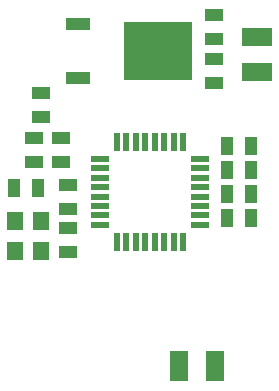
<source format=gtp>
G04*
G04 #@! TF.GenerationSoftware,Altium Limited,Altium Designer,19.1.8 (144)*
G04*
G04 Layer_Color=8421504*
%FSLAX25Y25*%
%MOIN*%
G70*
G01*
G75*
%ADD17R,0.05512X0.06299*%
%ADD18R,0.05906X0.10236*%
%ADD19R,0.10236X0.05906*%
%ADD20R,0.06000X0.04000*%
%ADD21R,0.08268X0.03937*%
%ADD22R,0.23032X0.19291*%
%ADD23R,0.05906X0.02362*%
%ADD24R,0.02362X0.05906*%
%ADD25R,0.04000X0.06000*%
D17*
X32331Y60421D02*
D03*
Y50579D02*
D03*
X23669D02*
D03*
Y60421D02*
D03*
D18*
X90311Y12000D02*
D03*
X78500D02*
D03*
D19*
X104500Y110094D02*
D03*
Y121906D02*
D03*
D20*
X41500Y58000D02*
D03*
Y50000D02*
D03*
X90000Y106500D02*
D03*
Y114500D02*
D03*
X30000Y80000D02*
D03*
Y88000D02*
D03*
X90000Y129000D02*
D03*
Y121000D02*
D03*
X32500Y103000D02*
D03*
Y95000D02*
D03*
X39000Y88000D02*
D03*
Y80000D02*
D03*
X41500Y64500D02*
D03*
Y72500D02*
D03*
D21*
X44728Y125976D02*
D03*
Y108024D02*
D03*
D22*
X71500Y117000D02*
D03*
D23*
X51945Y81201D02*
D03*
Y78051D02*
D03*
Y74902D02*
D03*
Y71752D02*
D03*
Y68602D02*
D03*
Y65453D02*
D03*
Y62303D02*
D03*
Y59153D02*
D03*
X85409D02*
D03*
Y62303D02*
D03*
Y65453D02*
D03*
Y68602D02*
D03*
Y71752D02*
D03*
Y74902D02*
D03*
Y78051D02*
D03*
Y81201D02*
D03*
D24*
X57653Y53445D02*
D03*
X60803D02*
D03*
X63953D02*
D03*
X67102D02*
D03*
X70252D02*
D03*
X73402D02*
D03*
X76551D02*
D03*
X79701D02*
D03*
Y86910D02*
D03*
X76551D02*
D03*
X73402D02*
D03*
X70252D02*
D03*
X67102D02*
D03*
X63953D02*
D03*
X60803D02*
D03*
X57653D02*
D03*
D25*
X102500Y85500D02*
D03*
X94500D02*
D03*
Y77500D02*
D03*
X102500D02*
D03*
Y61500D02*
D03*
X94500D02*
D03*
X102500Y69500D02*
D03*
X94500D02*
D03*
X31500Y71500D02*
D03*
X23500D02*
D03*
M02*

</source>
